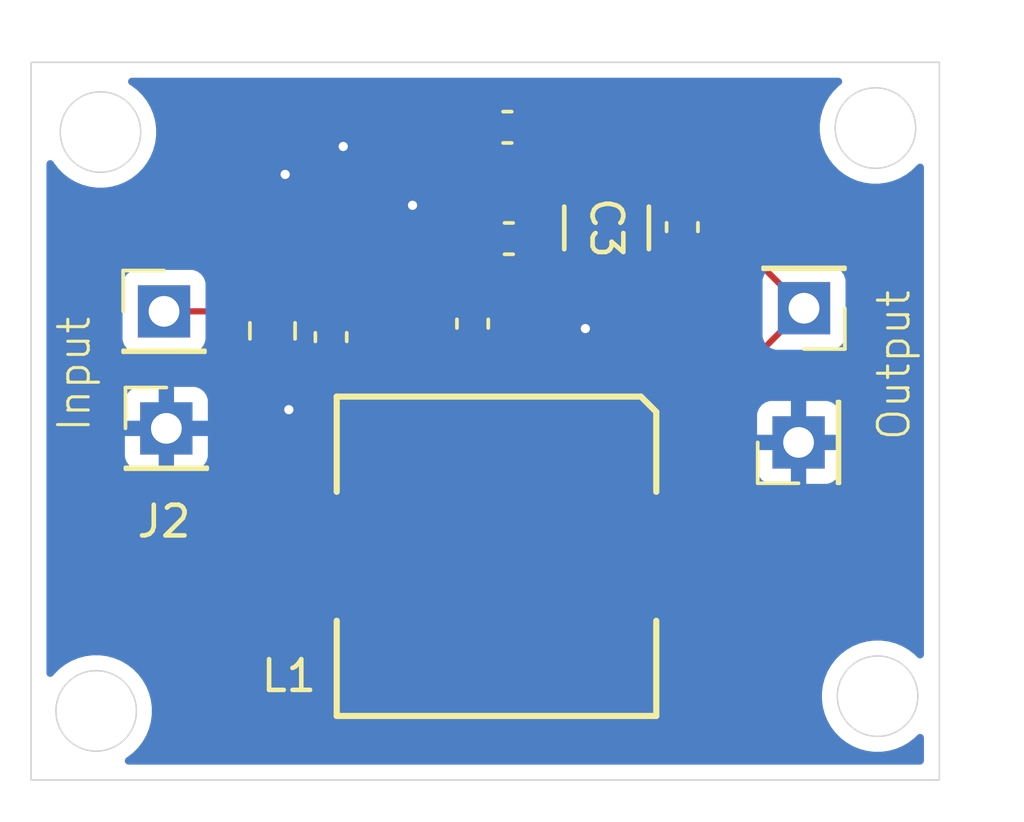
<source format=kicad_pcb>
(kicad_pcb (version 20241229) (generator "pcbnew") (generator_version "9.0")
  (layers (0 "F.Cu" signal) (2 "B.Cu" signal) (13 "F.Paste" user) (15 "B.Paste" user) (5 "F.SilkS" user "F.Silkscreen") (7 "B.SilkS" user "B.Silkscreen") (1 "F.Mask" user) (3 "B.Mask" user) (25 "Edge.Cuts" user))
  (net 0 "")
  (net 1 "Net-(U2-BOOT)")
  (net 2 "Net-(U2-EN_UVLO)")
  (net 3 "Net-(U2-FB)")
  (net 4 "Vin")
  (net 5 "Net-(U2-SW)")
  (net 6 "GND")
  (net 7 "Net-(U2-MODE_SYNC)")
  (net 9 "Vout")
  (footprint "Connector_PinHeader_2.54mm:PinHeader_1x01_P2.54mm_Vertical" (layer "F.Cu") (at 132.334 88.519)
    (property "Reference" "J2" (at -0.0762 3.031 0) (layer "F.SilkS"))
    (property "Value" "Conn_01x01_Pin" (hide yes))
    (fp_line (start -1.33 -1.33) (end 0 -1.33) (stroke (width 0.12)) (layer "F.SilkS"))
    (fp_line (start -1.33 0) (end -1.33 -1.33) (stroke (width 0.12)) (layer "F.SilkS"))
    (fp_line (start -1.33 1.27) (end -1.33 1.33) (stroke (width 0.12)) (layer "F.SilkS"))
    (fp_line (start -1.33 1.27) (end 1.33 1.27) (stroke (width 0.12)) (layer "F.SilkS"))
    (fp_line (start -1.33 1.33) (end 1.33 1.33) (stroke (width 0.12)) (layer "F.SilkS"))
    (fp_line (start 1.33 1.27) (end 1.33 1.33) (stroke (width 0.12)) (layer "F.SilkS"))
    (pad "1" thru_hole rect (at 0 0) (size 1.7 1.7) (drill 1) (layers "*.Cu" "*.Mask") (net 6 "GND"))
  )
  (footprint "Capacitor_SMD:C_0603_1608Metric" (layer "F.Cu") (at 143.4338 78.7146 180)
    (property "Reference" "C4" (hide yes))
    (property "Value" ".1uf" (hide yes))
    (fp_line (start -0.14058 0.51) (end 0.14058 0.51) (stroke (width 0.12)) (layer "F.SilkS"))
    (fp_line (start -0.14058 -0.51) (end 0.14058 -0.51) (stroke (width 0.12)) (layer "F.SilkS"))
    (pad "1" smd roundrect (at -0.775 0 180) (size 0.9 0.95) (layers "F.Cu" "F.Mask" "F.Paste") (net 9 "Vout"))
    (pad "2" smd roundrect (at 0.775 0 180) (size 0.9 0.95) (layers "F.Cu" "F.Mask" "F.Paste") (net 6 "GND"))
  )
  (footprint "Connector_PinHeader_2.54mm:PinHeader_1x01_P2.54mm_Vertical" (layer "F.Cu") (at 132.2578 84.709)
    (property "Reference" "J1" (hide yes))
    (property "Value" "Conn_01x01_Pin" (hide yes))
    (fp_line (start -1.33 -1.33) (end 0 -1.33) (stroke (width 0.12)) (layer "F.SilkS"))
    (fp_line (start -1.33 0) (end -1.33 -1.33) (stroke (width 0.12)) (layer "F.SilkS"))
    (fp_line (start -1.33 1.27) (end -1.33 1.33) (stroke (width 0.12)) (layer "F.SilkS"))
    (fp_line (start -1.33 1.27) (end 1.33 1.27) (stroke (width 0.12)) (layer "F.SilkS"))
    (fp_line (start -1.33 1.33) (end 1.33 1.33) (stroke (width 0.12)) (layer "F.SilkS"))
    (fp_line (start 1.33 1.27) (end 1.33 1.33) (stroke (width 0.12)) (layer "F.SilkS"))
    (pad "1" thru_hole rect (at 0 0) (size 1.7 1.7) (drill 1) (layers "*.Cu" "*.Mask") (net 4 "Vin"))
  )
  (footprint "CL32B226MOJNNNE:CAP_CL32_SAM" (layer "F.Cu") (at 146.66 81.9912 -90)
    (property "Reference" "C3" (at 0 0 270) (layer "F.SilkS"))
    (property "Value" "22uf" (hide yes))
    (fp_line (start -0.692451 1.377) (end 0.692451 1.377) (stroke (width 0.1524)) (layer "F.SilkS"))
    (fp_line (start 0.692451 -1.377) (end -0.692451 -1.377) (stroke (width 0.1524)) (layer "F.SilkS"))
    (pad "1" smd rect (at -1.477801 0 270) (size 0.9556 2.5) (layers "F.Cu" "F.Mask" "F.Paste") (net 9 "Vout"))
    (pad "2" smd rect (at 1.477801 0 270) (size 0.9556 2.5) (layers "F.Cu" "F.Mask" "F.Paste") (net 6 "GND"))
  )
  (footprint "Capacitor_SMD:C_0603_1608Metric" (layer "F.Cu") (at 149.1234 81.9658 -90)
    (property "Reference" "C5" (hide yes))
    (property "Value" ".1uf" (hide yes))
    (fp_line (start -0.14058 0.51) (end 0.14058 0.51) (stroke (width 0.12)) (layer "F.SilkS"))
    (fp_line (start -0.14058 -0.51) (end 0.14058 -0.51) (stroke (width 0.12)) (layer "F.SilkS"))
    (pad "1" smd roundrect (at -0.775 0 270) (size 0.9 0.95) (layers "F.Cu" "F.Mask" "F.Paste") (net 9 "Vout"))
    (pad "2" smd roundrect (at 0.775 0 270) (size 0.9 0.95) (layers "F.Cu" "F.Mask" "F.Paste") (net 6 "GND"))
  )
  (footprint "Connector_PinHeader_2.54mm:PinHeader_1x01_P2.54mm_Vertical" (layer "F.Cu") (at 153.0858 84.6074 180)
    (property "Reference" "J4" (hide yes))
    (property "Value" "Conn_01x01_Pin" (hide yes))
    (fp_line (start 1.33 1.27) (end 1.33 1.33) (stroke (width 0.12)) (layer "F.SilkS"))
    (fp_line (start -1.33 1.33) (end 1.33 1.33) (stroke (width 0.12)) (layer "F.SilkS"))
    (fp_line (start -1.33 1.27) (end 1.33 1.27) (stroke (width 0.12)) (layer "F.SilkS"))
    (fp_line (start -1.33 1.27) (end -1.33 1.33) (stroke (width 0.12)) (layer "F.SilkS"))
    (fp_line (start -1.33 0) (end -1.33 -1.33) (stroke (width 0.12)) (layer "F.SilkS"))
    (fp_line (start -1.33 -1.33) (end 0 -1.33) (stroke (width 0.12)) (layer "F.SilkS"))
    (pad "1" thru_hole rect (at 0 0 180) (size 1.7 1.7) (drill 1) (layers "*.Cu" "*.Mask") (net 9 "Vout"))
  )
  (footprint "CR0603_FX_1002ELF:RESC1608X55N" (layer "F.Cu") (at 137.03 81.22 180)
    (property "Reference" "R2" (hide yes))
    (property "Value" "10k" (hide yes))
    (pad "1" smd rect (at -0.78 0 180) (size 0.87 0.93) (layers "F.Cu" "F.Mask" "F.Paste") (net 2 "Net-(U2-EN_UVLO)"))
    (pad "2" smd rect (at 0.78 0 180) (size 0.87 0.93) (layers "F.Cu" "F.Mask" "F.Paste") (net 6 "GND"))
  )
  (footprint "footprints:RPE0009A" (layer "F.Cu") (at 140.2334 82.871399)
    (property "Reference" "U2" (hide yes))
    (property "Value" "LMR36503MSCQRPERQ1" (hide yes))
    (pad "1" smd custom (at -0.900001 -0.738) (size 0.2 0.2) (layers "F.Cu" "F.Mask" "F.Paste") (net 7 "Net-(U2-MODE_SYNC)") (options (clearance outline) (anchor rect)) (primitives (gr_poly (pts (xy -0.299999 0.0625) (xy -0.299999 -0.062501) (xy -0.249999 -0.112501) (xy 0.000003 -0.112501) (xy 0.050003 -0.162501) (xy 0.050003 -0.412501) (xy 0.100003 -0.462501) (xy 0.400002 -0.462501) (xy 0.450002 -0.412501) (xy 0.450002 0.0625) (xy 0.400002 0.1125) (xy -0.249999 0.1125)) (width 0) (fill yes))))
    (pad "2" smd rect (at -0.900001 -0.25) (size 0.599999 0.249999) (layers "F.Cu" "F.Mask" "F.Paste"))
    (pad "3" smd rect (at -0.900001 0.25) (size 0.599999 0.249999) (layers "F.Cu" "F.Mask" "F.Paste") (net 2 "Net-(U2-EN_UVLO)"))
    (pad "4" smd custom (at -0.900001 0.738) (size 0.2 0.2) (layers "F.Cu" "F.Mask" "F.Paste") (net 4 "Vin") (options (clearance outline) (anchor rect)) (primitives (gr_poly (pts (xy -0.299999 -0.0625) (xy -0.299999 0.062501) (xy -0.249999 0.112501) (xy 0.000003 0.112501) (xy 0.050003 0.162501) (xy 0.050003 0.412501) (xy 0.100003 0.462501) (xy 0.400002 0.462503) (xy 0.450002 0.412503) (xy 0.450002 -0.0625) (xy 0.400002 -0.1125) (xy -0.249999 -0.1125)) (width 0) (fill yes))))
    (pad "5" smd custom (at 0.900001 0.738) (size 0.2 0.2) (layers "F.Cu" "F.Mask" "F.Paste") (net 5 "Net-(U2-SW)") (options (clearance outline) (anchor rect)) (primitives (gr_poly (pts (xy 0.299999 -0.0625) (xy 0.299999 0.062501) (xy 0.249999 0.112501) (xy -0.000003 0.112501) (xy -0.050003 0.162501) (xy -0.050003 0.412501) (xy -0.100003 0.462501) (xy -0.400002 0.462503) (xy -0.450002 0.412503) (xy -0.450002 -0.0625) (xy -0.400002 -0.1125) (xy 0.249999 -0.1125)) (width 0) (fill yes))))
    (pad "6" smd rect (at 0.900001 0.25) (size 0.599999 0.249999) (layers "F.Cu" "F.Mask" "F.Paste") (net 1 "Net-(U2-BOOT)"))
    (pad "7" smd rect (at 0.900001 -0.25) (size 0.599999 0.249999) (layers "F.Cu" "F.Mask" "F.Paste") (net 7 "Net-(U2-MODE_SYNC)"))
    (pad "8" smd custom (at 0.674999 -0.76925) (size 0.262501 0.262501) (layers "F.Cu" "F.Mask" "F.Paste") (net 3 "Net-(U2-FB)") (options (clearance outline) (anchor circle)) (primitives (gr_poly (pts (xy -0.174999 -0.131251) (xy 0.122499 -0.131251) (xy 0.174999 -0.078751) (xy 0.174999 0.078751) (xy 0.122499 0.131251) (xy -0.122499 0.131251) (xy -0.174999 0.078751)) (width 0) (fill yes)) (gr_poly (pts (xy 0.525001 0.09375) (xy 0.525001 -0.031251) (xy 0.475001 -0.081251) (xy 0.224999 -0.081251) (xy 0.174999 -0.131251) (xy 0.174999 -0.381251) (xy 0.124999 -0.431251) (xy -0.175 -0.431251) (xy -0.225 -0.381251) (xy -0.225 0.09375) (xy -0.175 0.14375) (xy 0.475001 0.14375)) (width 0) (fill yes))))
    (pad "9" smd rect (at 0 -0.549999) (size 0.349999 1.3) (layers "F.Cu" "F.Mask") (net 6 "GND"))
  )
  (footprint "CR0603_FX_1403ELF:RESC1608X55N" (layer "F.Cu") (at 137.11 82.79)
    (property "Reference" "R1" (hide yes))
    (property "Value" "140k" (hide yes))
    (pad "1" smd rect (at -0.78 0) (size 0.87 0.93) (layers "F.Cu" "F.Mask" "F.Paste") (net 4 "Vin"))
    (pad "2" smd rect (at 0.78 0) (size 0.87 0.93) (layers "F.Cu" "F.Mask" "F.Paste") (net 2 "Net-(U2-EN_UVLO)"))
  )
  (footprint "Capacitor_SMD:C_0603_1608Metric" (layer "F.Cu") (at 137.6934 85.5472 -90)
    (property "Reference" "C2" (hide yes))
    (property "Value" ".1uf" (hide yes))
    (fp_line (start -0.14058 0.51) (end 0.14058 0.51) (stroke (width 0.12)) (layer "F.SilkS"))
    (fp_line (start -0.14058 -0.51) (end 0.14058 -0.51) (stroke (width 0.12)) (layer "F.SilkS"))
    (pad "1" smd roundrect (at -0.775 0 270) (size 0.9 0.95) (layers "F.Cu" "F.Mask" "F.Paste") (net 4 "Vin"))
    (pad "2" smd roundrect (at 0.775 0 270) (size 0.9 0.95) (layers "F.Cu" "F.Mask" "F.Paste") (net 6 "GND"))
  )
  (footprint "Connector_PinHeader_2.54mm:PinHeader_1x01_P2.54mm_Vertical" (layer "F.Cu") (at 152.908 88.9762 90)
    (property "Reference" "J3" (hide yes))
    (property "Value" "Conn_01x01_Pin" (hide yes))
    (fp_line (start -1.33 -1.33) (end 0 -1.33) (stroke (width 0.12)) (layer "F.SilkS"))
    (fp_line (start -1.33 0) (end -1.33 -1.33) (stroke (width 0.12)) (layer "F.SilkS"))
    (fp_line (start 1.33 1.27) (end 1.33 1.33) (stroke (width 0.12)) (layer "F.SilkS"))
    (fp_line (start -1.33 1.27) (end 1.33 1.27) (stroke (width 0.12)) (layer "F.SilkS"))
    (fp_line (start -1.33 1.27) (end -1.33 1.33) (stroke (width 0.12)) (layer "F.SilkS"))
    (fp_line (start -1.33 1.33) (end 1.33 1.33) (stroke (width 0.12)) (layer "F.SilkS"))
    (pad "1" thru_hole rect (at 0 0 90) (size 1.7 1.7) (drill 1) (layers "*.Cu" "*.Mask") (net 6 "GND"))
  )
  (footprint "7447798241:WE-PDF_1064" (layer "F.Cu") (at 143.0782 92.6846)
    (property "Reference" "L1" (at -6.7582 3.8954 0) (layer "F.SilkS"))
    (property "Value" "24uH" (hide yes))
    (fp_line (start -5.2 -5.2) (end 4.7 -5.2) (stroke (width 0.2)) (layer "F.SilkS"))
    (fp_line (start -5.2 -2.1) (end -5.2 -5.2) (stroke (width 0.2)) (layer "F.SilkS"))
    (fp_line (start -5.2 2.1) (end -5.2 5.2) (stroke (width 0.2)) (layer "F.SilkS"))
    (fp_line (start -5.2 5.2) (end 5.2 5.2) (stroke (width 0.2)) (layer "F.SilkS"))
    (fp_line (start 4.7 -5.2) (end 5.2 -4.7) (stroke (width 0.2)) (layer "F.SilkS"))
    (fp_line (start 5.2 -4.7) (end 5.2 -2.1) (stroke (width 0.2)) (layer "F.SilkS"))
    (fp_line (start 5.2 5.2) (end 5.2 2.1) (stroke (width 0.2)) (layer "F.SilkS"))
    (pad "1" smd rect (at -4.1 0) (size 2.4 3.4) (layers "F.Cu" "F.Mask" "F.Paste") (net 5 "Net-(U2-SW)"))
    (pad "2" smd rect (at 4.1 0) (size 2.4 3.4) (layers "F.Cu" "F.Mask" "F.Paste") (net 9 "Vout"))
  )
  (footprint "CR0603_FX_4422ELF:RESC1608X55N" (layer "F.Cu") (at 140.07 79.22 180)
    (property "Reference" "R4" (hide yes))
    (property "Value" "44.2k" (hide yes))
    (pad "1" smd rect (at -0.78 0 180) (size 0.87 0.93) (layers "F.Cu" "F.Mask" "F.Paste") (net 3 "Net-(U2-FB)"))
    (pad "2" smd rect (at 0.78 0 180) (size 0.87 0.93) (layers "F.Cu" "F.Mask" "F.Paste") (net 6 "GND"))
  )
  (footprint "Capacitor_SMD:C_0603_1608Metric" (layer "F.Cu") (at 142.3 85.11 90)
    (property "Reference" "C6" (hide yes))
    (property "Value" ".1uf" (hide yes))
    (fp_line (start -0.14058 -0.51) (end 0.14058 -0.51) (stroke (width 0.12)) (layer "F.SilkS"))
    (fp_line (start -0.14058 0.51) (end 0.14058 0.51) (stroke (width 0.12)) (layer "F.SilkS"))
    (pad "1" smd roundrect (at -0.775 0 90) (size 0.9 0.95) (layers "F.Cu" "F.Mask" "F.Paste") (net 1 "Net-(U2-BOOT)"))
    (pad "2" smd roundrect (at 0.775 0 90) (size 0.9 0.95) (layers "F.Cu" "F.Mask" "F.Paste") (net 5 "Net-(U2-SW)"))
  )
  (footprint "Capacitor_SMD:C_0603_1608Metric" (layer "F.Cu") (at 143.48 82.34)
    (property "Reference" "C7" (hide yes))
    (property "Value" "1uf" (hide yes))
    (fp_line (start -0.14058 -0.51) (end 0.14058 -0.51) (stroke (width 0.12)) (layer "F.SilkS"))
    (fp_line (start -0.14058 0.51) (end 0.14058 0.51) (stroke (width 0.12)) (layer "F.SilkS"))
    (pad "1" smd roundrect (at -0.775 0) (size 0.9 0.95) (layers "F.Cu" "F.Mask" "F.Paste") (net 7 "Net-(U2-MODE_SYNC)"))
    (pad "2" smd roundrect (at 0.775 0) (size 0.9 0.95) (layers "F.Cu" "F.Mask" "F.Paste") (net 6 "GND"))
  )
  (footprint "Capacitor_SMD:C_0805_2012Metric" (layer "F.Cu") (at 135.7884 85.344 -90)
    (property "Reference" "C1" (hide yes))
    (property "Value" "4.7uf" (hide yes))
    (fp_line (start -0.261252 0.735) (end 0.261252 0.735) (stroke (width 0.12)) (layer "F.SilkS"))
    (fp_line (start -0.261252 -0.735) (end 0.261252 -0.735) (stroke (width 0.12)) (layer "F.SilkS"))
    (pad "1" smd roundrect (at -0.95 0 270) (size 1 1.45) (layers "F.Cu" "F.Mask" "F.Paste") (net 4 "Vin"))
    (pad "2" smd roundrect (at 0.95 0 270) (size 1 1.45) (layers "F.Cu" "F.Mask" "F.Paste") (net 6 "GND"))
  )
  (footprint "RCG0603100KFKEA:RESC1508X50N" (layer "F.Cu") (at 143.0304 80.6704 180)
    (property "Reference" "R3" (hide yes))
    (property "Value" "100k" (hide yes))
    (pad "1" smd rect (at -0.765 0 180) (size 0.86 0.98) (layers "F.Cu" "F.Mask" "F.Paste") (net 9 "Vout"))
    (pad "2" smd rect (at 0.765 0 180) (size 0.86 0.98) (layers "F.Cu" "F.Mask" "F.Paste") (net 3 "Net-(U2-FB)"))
  )
  (gr_circle (center 155.48 97.24) (end 155.32 95.94) (stroke (width 0.05)) (fill no) (layer "Edge.Cuts"))
  (gr_circle (center 155.41 78.739809) (end 155.25 77.439809) (stroke (width 0.05)) (fill no) (layer "Edge.Cuts"))
  (gr_rect (start 127.93 76.6) (end 157.49 99.97) (stroke (width 0.05)) (fill no) (layer "Edge.Cuts"))
  (gr_circle (center 130.19 78.869809) (end 130.03 77.569809) (stroke (width 0.05)) (fill no) (layer "Edge.Cuts"))
  (gr_circle (center 130.05 97.719809) (end 129.89 96.419809) (stroke (width 0.05)) (fill no) (layer "Edge.Cuts"))
  (gr_text "Output" (at 156.6 88.98 90) (layer "F.SilkS") (effects (font (size 1 1) (thickness 0.1)) (justify left bottom)))
  (gr_text "Input\n" (at 129.92 88.7 90) (layer "F.SilkS") (effects (font (size 1 1) (thickness 0.1)) (justify left bottom)))
  (segment (start 142.3 85.885) (end 143.076 85.109) (width 0.2) (layer "F.Cu") (net 1))
  (segment (start 143.076 85.109) (end 143.076 83.88589) (width 0.2) (layer "F.Cu") (net 1))
  (segment (start 143.076 83.88589) (end 142.311509 83.121399) (width 0.2) (layer "F.Cu") (net 1))
  (segment (start 142.311509 83.121399) (end 141.133401 83.121399) (width 0.2) (layer "F.Cu") (net 1))
  (segment (start 139.3208 83.1088) (end 139.333399 83.121399) (width 0.2) (layer "F.Cu") (net 2))
  (segment (start 137.81 81.22) (end 137.81 82.71) (width 0.2) (layer "F.Cu") (net 2))
  (segment (start 137.89 82.79) (end 138.221399 83.121399) (width 0.2) (layer "F.Cu") (net 2))
  (segment (start 138.221399 83.121399) (end 139.333399 83.121399) (width 0.2) (layer "F.Cu") (net 2))
  (segment (start 137.81 82.71) (end 137.89 82.79) (width 0.2) (layer "F.Cu") (net 2))
  (segment (start 142.2654 80.6354) (end 142.2654 80.6704) (width 0.2) (layer "F.Cu") (net 3))
  (segment (start 140.908399 82.027401) (end 142.2654 80.6704) (width 0.2) (layer "F.Cu") (net 3))
  (segment (start 140.908399 82.102149) (end 140.908399 82.027401) (width 0.2) (layer "F.Cu") (net 3))
  (segment (start 140.85 79.22) (end 142.2654 80.6354) (width 0.2) (layer "F.Cu") (net 3))
  (segment (start 135.7884 84.394) (end 137.3152 84.394) (width 0.2) (layer "F.Cu") (net 4))
  (segment (start 135.7884 84.394) (end 135.7884 83.3316) (width 0.2) (layer "F.Cu") (net 4))
  (segment (start 137.3152 84.394) (end 137.6934 84.7722) (width 0.2) (layer "F.Cu") (net 4))
  (segment (start 132.2578 84.709) (end 135.4734 84.709) (width 0.2) (layer "F.Cu") (net 4))
  (segment (start 135.7884 83.3316) (end 136.33 82.79) (width 0.2) (layer "F.Cu") (net 4))
  (segment (start 135.4734 84.709) (end 135.7884 84.394) (width 0.2) (layer "F.Cu") (net 4))
  (segment (start 137.6934 84.7722) (end 138.170598 84.7722) (width 0.2) (layer "F.Cu") (net 4))
  (segment (start 138.170598 84.7722) (end 139.333399 83.609399) (width 0.2) (layer "F.Cu") (net 4))
  (segment (start 142.3 84.335) (end 141.859002 84.335) (width 0.2) (layer "F.Cu") (net 5))
  (segment (start 142.3 84.335) (end 138.9782 87.6568) (width 0.2) (layer "F.Cu") (net 5))
  (segment (start 141.859002 84.335) (end 141.133401 83.609399) (width 0.2) (layer "F.Cu") (net 5))
  (segment (start 138.9782 87.6568) (end 138.9782 92.6846) (width 0.2) (layer "F.Cu") (net 5))
  (segment (start 142.6588 78.7146) (end 141.9972 78.053) (width 0.2) (layer "F.Cu") (net 6))
  (segment (start 145.97 85.27) (end 146.66 84.58) (width 0.2) (layer "F.Cu") (net 6))
  (segment (start 136.25 81.22) (end 136.25 80.3) (width 0.2) (layer "F.Cu") (net 6))
  (segment (start 140.2334 81.3666) (end 140.345 81.255) (width 0.2) (layer "F.Cu") (net 6))
  (segment (start 140.2334 82.3214) (end 140.2334 81.3666) (width 0.2) (layer "F.Cu") (net 6))
  (segment (start 136.32 86.8256) (end 135.7884 86.294) (width 0.2) (layer "F.Cu") (net 6))
  (segment (start 139.29 78.555) (end 139.29 79.22) (width 0.2) (layer "F.Cu") (net 6))
  (segment (start 138.21 79.22) (end 138.09 79.34) (width 0.2) (layer "F.Cu") (net 6))
  (segment (start 144.255 82.34) (end 145.384001 83.469001) (width 0.2) (layer "F.Cu") (net 6))
  (segment (start 140.345 81.255) (end 140.36 81.24) (width 0.2) (layer "F.Cu") (net 6))
  (segment (start 148.395199 83.469001) (end 146.66 83.469001) (width 0.2) (layer "F.Cu") (net 6))
  (segment (start 139.29 79.22) (end 138.21 79.22) (width 0.2) (layer "F.Cu") (net 6))
  (segment (start 141.9972 78.053) (end 139.792 78.053) (width 0.2) (layer "F.Cu") (net 6))
  (segment (start 146.66 84.58) (end 146.66 83.469001) (width 0.2) (layer "F.Cu") (net 6))
  (segment (start 136.32 87.91) (end 136.32 86.8256) (width 0.2) (layer "F.Cu") (net 6))
  (segment (start 149.1234 82.7408) (end 148.395199 83.469001) (width 0.2) (layer "F.Cu") (net 6))
  (segment (start 145.384001 83.469001) (end 146.66 83.469001) (width 0.2) (layer "F.Cu") (net 6))
  (segment (start 136.25 80.3) (end 136.2 80.25) (width 0.2) (layer "F.Cu") (net 6))
  (segment (start 137.6934 86.3222) (end 135.8166 86.3222) (width 0.2) (layer "F.Cu") (net 6))
  (segment (start 139.792 78.053) (end 139.29 78.555) (width 0.2) (layer "F.Cu") (net 6))
  (segment (start 135.8166 86.3222) (end 135.7884 86.294) (width 0.2) (layer "F.Cu") (net 6))
  (via (at 145.97 85.27) (size 0.6) (drill 0.3) (layers "F.Cu" "B.Cu") (net 6))
  (via (at 136.32 87.91) (size 0.6) (drill 0.3) (layers "F.Cu" "B.Cu") (net 6))
  (via (at 140.345 81.255) (size 0.6) (drill 0.3) (layers "F.Cu" "B.Cu") (net 6))
  (via (at 138.09 79.34) (size 0.6) (drill 0.3) (layers "F.Cu" "B.Cu") (net 6))
  (via (at 136.2 80.25) (size 0.6) (drill 0.3) (layers "F.Cu" "B.Cu") (net 6))
  (segment (start 138.09 79.34) (end 135.99 79.34) (width 0.2) (layer "B.Cu") (net 6))
  (segment (start 135.99 80.04) (end 136.2 80.25) (width 0.2) (layer "B.Cu") (net 6))
  (segment (start 135.99 79.34) (end 135.99 80.04) (width 0.2) (layer "B.Cu") (net 6))
  (segment (start 139.290057 77.29) (end 142.54 77.29) (width 0.2) (layer "F.Cu") (net 7))
  (segment (start 143.4394 78.1894) (end 143.4394 79.5044) (width 0.2) (layer "F.Cu") (net 7))
  (segment (start 142.54 77.29) (end 143.4394 78.1894) (width 0.2) (layer "F.Cu") (net 7))
  (segment (start 137.841057 79.941) (end 137.489 79.588943) (width 0.2) (layer "F.Cu") (net 7))
  (segment (start 143.0644 79.8794) (end 143.0644 81.3934) (width 0.2) (layer "F.Cu") (net 7))
  (segment (start 137.489 79.588943) (end 137.489 79.091057) (width 0.2) (layer "F.Cu") (net 7))
  (segment (start 142.705 82.34) (end 142.423601 82.621399) (width 0.2) (layer "F.Cu") (net 7))
  (segment (start 141.836401 82.621399) (end 141.133401 82.621399) (width 0.2) (layer "F.Cu") (net 7))
  (segment (start 143.4394 79.5044) (end 143.0644 79.8794) (width 0.2) (layer "F.Cu") (net 7))
  (segment (start 137.489 79.091057) (end 139.290057 77.29) (width 0.2) (layer "F.Cu") (net 7))
  (segment (start 139.333399 80.935456) (end 138.338943 79.941) (width 0.2) (layer "F.Cu") (net 7))
  (segment (start 138.338943 79.941) (end 137.841057 79.941) (width 0.2) (layer "F.Cu") (net 7))
  (segment (start 143.0644 81.3934) (end 141.836401 82.621399) (width 0.2) (layer "F.Cu") (net 7))
  (segment (start 142.423601 82.621399) (end 141.133401 82.621399) (width 0.2) (layer "F.Cu") (net 7))
  (segment (start 139.333399 82.133399) (end 139.333399 80.935456) (width 0.2) (layer "F.Cu") (net 7))
  (segment (start 148.445999 80.513399) (end 146.66 80.513399) (width 0.2) (layer "F.Cu") (net 9))
  (segment (start 149.1234 81.1908) (end 148.445999 80.513399) (width 0.2) (layer "F.Cu") (net 9))
  (segment (start 149.1234 81.1908) (end 149.6692 81.1908) (width 0.2) (layer "F.Cu") (net 9))
  (segment (start 147.1782 90.515) (end 153.0858 84.6074) (width 0.2) (layer "F.Cu") (net 9))
  (segment (start 144.2088 78.7146) (end 144.2088 80.257) (width 0.2) (layer "F.Cu") (net 9))
  (segment (start 149.6692 81.1908) (end 153.0858 84.6074) (width 0.2) (layer "F.Cu") (net 9))
  (segment (start 146.121599 80.6704) (end 146.2786 80.513399) (width 0.2) (layer "F.Cu") (net 9))
  (segment (start 146.502999 80.6704) (end 146.66 80.513399) (width 0.2) (layer "F.Cu") (net 9))
  (segment (start 143.7954 80.6704) (end 146.502999 80.6704) (width 0.2) (layer "F.Cu") (net 9))
  (segment (start 147.1782 92.6846) (end 147.1782 90.515) (width 0.2) (layer "F.Cu") (net 9))
  (segment (start 144.2088 80.257) (end 143.7954 80.6704) (width 0.2) (layer "F.Cu") (net 9))
  (zone (net 6) (net_name "GND") (layer "B.Cu") (connect_pads (clearance 0.5)) (min_thickness 0.25) (fill yes (thermal_gap 0.5) (thermal_bridge_width 0.5))
    (polygon (pts (xy 126.92 75.02) (xy 126.95 101.36) (xy 160.25 101.09) (xy 159.48 74.57)))
  )
)
</source>
